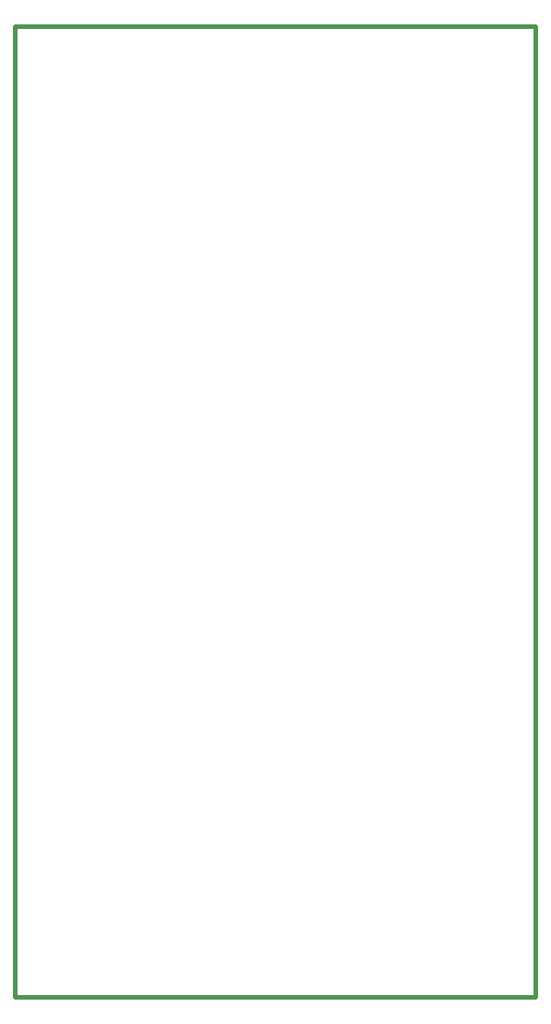
<source format=gbr>
%TF.GenerationSoftware,KiCad,Pcbnew,(7.0.0)*%
%TF.CreationDate,2023-03-28T06:18:24-07:00*%
%TF.ProjectId,wyw_r,7779775f-722e-46b6-9963-61645f706362,rev?*%
%TF.SameCoordinates,Original*%
%TF.FileFunction,Profile,NP*%
%FSLAX46Y46*%
G04 Gerber Fmt 4.6, Leading zero omitted, Abs format (unit mm)*
G04 Created by KiCad (PCBNEW (7.0.0)) date 2023-03-28 06:18:24*
%MOMM*%
%LPD*%
G01*
G04 APERTURE LIST*
%TA.AperFunction,Profile*%
%ADD10C,0.500000*%
%TD*%
G04 APERTURE END LIST*
D10*
X20000000Y-29600000D02*
X77890000Y-29600000D01*
X77890000Y-29600000D02*
X77890000Y-137500000D01*
X77890000Y-137500000D02*
X20000000Y-137500000D01*
X20000000Y-137500000D02*
X20000000Y-29600000D01*
M02*

</source>
